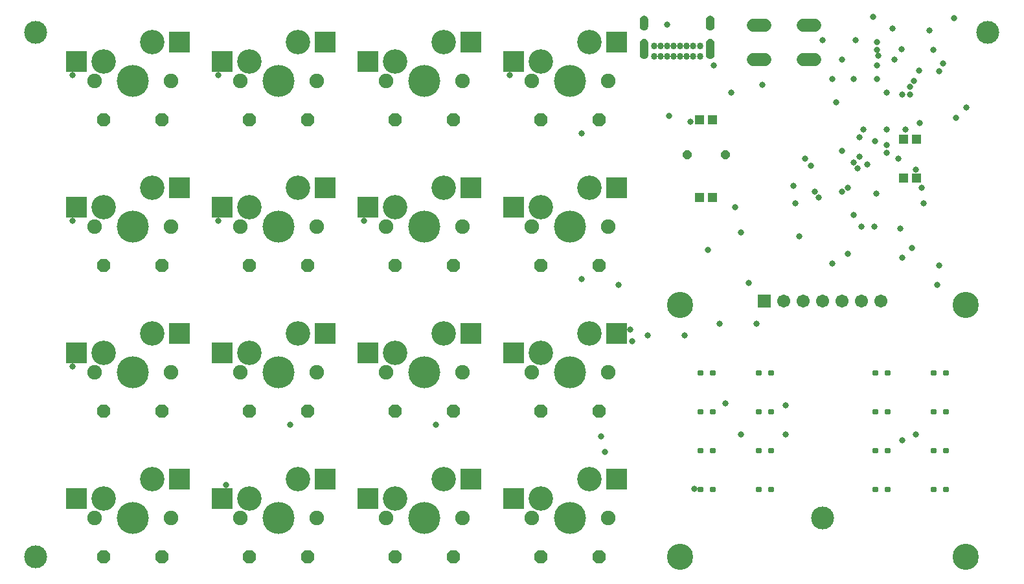
<source format=gbr>
G04 EAGLE Gerber RS-274X export*
G75*
%MOMM*%
%FSLAX34Y34*%
%LPD*%
%INSoldermask Bottom*%
%IPPOS*%
%AMOC8*
5,1,8,0,0,1.08239X$1,22.5*%
G01*
%ADD10C,3.003200*%
%ADD11R,1.303200X1.203200*%
%ADD12R,1.703200X1.703200*%
%ADD13C,1.703200*%
%ADD14C,3.419200*%
%ADD15C,3.203200*%
%ADD16R,2.753200X2.703200*%
%ADD17C,1.727200*%
%ADD18P,2.655319X8X22.500000*%
%ADD19P,1.843527X8X22.500000*%
%ADD20C,4.191000*%
%ADD21C,1.903200*%
%ADD22C,0.241278*%
%ADD23C,0.857200*%
%ADD24P,1.275272X8X22.500000*%
%ADD25C,0.807200*%

G36*
X732528Y613657D02*
X732528Y613657D01*
X732533Y613662D01*
X732537Y613659D01*
X733569Y613972D01*
X733573Y613977D01*
X733578Y613975D01*
X734529Y614483D01*
X734532Y614490D01*
X734537Y614489D01*
X735370Y615173D01*
X735372Y615180D01*
X735377Y615180D01*
X736061Y616013D01*
X736061Y616020D01*
X736067Y616021D01*
X736575Y616972D01*
X736574Y616979D01*
X736578Y616981D01*
X736891Y618013D01*
X736890Y618017D01*
X736892Y618019D01*
X736891Y618021D01*
X736893Y618022D01*
X736999Y619095D01*
X736997Y619098D01*
X736999Y619100D01*
X736999Y634100D01*
X736997Y634103D01*
X736999Y634105D01*
X736893Y635178D01*
X736888Y635183D01*
X736891Y635187D01*
X736578Y636219D01*
X736573Y636223D01*
X736575Y636228D01*
X736067Y637179D01*
X736060Y637182D01*
X736061Y637187D01*
X735377Y638020D01*
X735370Y638022D01*
X735370Y638027D01*
X734537Y638711D01*
X734530Y638711D01*
X734529Y638717D01*
X733578Y639225D01*
X733571Y639224D01*
X733569Y639228D01*
X732537Y639541D01*
X732531Y639539D01*
X732528Y639543D01*
X731455Y639649D01*
X731449Y639645D01*
X731445Y639649D01*
X730372Y639543D01*
X730367Y639538D01*
X730363Y639541D01*
X729331Y639228D01*
X729327Y639223D01*
X729322Y639225D01*
X728371Y638717D01*
X728368Y638710D01*
X728363Y638711D01*
X727530Y638027D01*
X727528Y638020D01*
X727523Y638020D01*
X726839Y637187D01*
X726839Y637180D01*
X726833Y637179D01*
X726325Y636228D01*
X726326Y636222D01*
X726322Y636219D01*
X726009Y635187D01*
X726009Y635186D01*
X726008Y635185D01*
X726011Y635181D01*
X726007Y635178D01*
X725901Y634105D01*
X725903Y634102D01*
X725901Y634100D01*
X725901Y619100D01*
X725903Y619097D01*
X725901Y619095D01*
X726007Y618022D01*
X726012Y618017D01*
X726009Y618013D01*
X726322Y616981D01*
X726327Y616977D01*
X726325Y616972D01*
X726833Y616021D01*
X726840Y616018D01*
X726839Y616013D01*
X727523Y615180D01*
X727530Y615178D01*
X727530Y615173D01*
X728363Y614489D01*
X728370Y614489D01*
X728371Y614483D01*
X729322Y613975D01*
X729329Y613976D01*
X729331Y613972D01*
X730363Y613659D01*
X730370Y613661D01*
X730372Y613657D01*
X731445Y613551D01*
X731451Y613555D01*
X731455Y613551D01*
X732528Y613657D01*
G37*
G36*
X819028Y613657D02*
X819028Y613657D01*
X819033Y613662D01*
X819037Y613659D01*
X820069Y613972D01*
X820073Y613977D01*
X820078Y613975D01*
X821029Y614483D01*
X821032Y614490D01*
X821037Y614489D01*
X821870Y615173D01*
X821872Y615180D01*
X821877Y615180D01*
X822561Y616013D01*
X822561Y616020D01*
X822567Y616021D01*
X823075Y616972D01*
X823074Y616979D01*
X823078Y616981D01*
X823391Y618013D01*
X823390Y618017D01*
X823392Y618019D01*
X823391Y618021D01*
X823393Y618022D01*
X823499Y619095D01*
X823497Y619098D01*
X823499Y619100D01*
X823499Y634100D01*
X823497Y634103D01*
X823499Y634105D01*
X823393Y635178D01*
X823388Y635183D01*
X823391Y635187D01*
X823078Y636219D01*
X823073Y636223D01*
X823075Y636228D01*
X822567Y637179D01*
X822560Y637182D01*
X822561Y637187D01*
X821877Y638020D01*
X821870Y638022D01*
X821870Y638027D01*
X821037Y638711D01*
X821030Y638711D01*
X821029Y638717D01*
X820078Y639225D01*
X820071Y639224D01*
X820069Y639228D01*
X819037Y639541D01*
X819031Y639539D01*
X819028Y639543D01*
X817955Y639649D01*
X817949Y639645D01*
X817945Y639649D01*
X816872Y639543D01*
X816867Y639538D01*
X816863Y639541D01*
X815831Y639228D01*
X815827Y639223D01*
X815822Y639225D01*
X814871Y638717D01*
X814868Y638710D01*
X814863Y638711D01*
X814030Y638027D01*
X814028Y638020D01*
X814023Y638020D01*
X813339Y637187D01*
X813339Y637180D01*
X813333Y637179D01*
X812825Y636228D01*
X812826Y636222D01*
X812822Y636219D01*
X812509Y635187D01*
X812509Y635186D01*
X812508Y635185D01*
X812511Y635181D01*
X812507Y635178D01*
X812401Y634105D01*
X812403Y634102D01*
X812401Y634100D01*
X812401Y619100D01*
X812403Y619097D01*
X812401Y619095D01*
X812507Y618022D01*
X812512Y618017D01*
X812509Y618013D01*
X812822Y616981D01*
X812827Y616977D01*
X812825Y616972D01*
X813333Y616021D01*
X813340Y616018D01*
X813339Y616013D01*
X814023Y615180D01*
X814030Y615178D01*
X814030Y615173D01*
X814863Y614489D01*
X814870Y614489D01*
X814871Y614483D01*
X815822Y613975D01*
X815829Y613976D01*
X815831Y613972D01*
X816863Y613659D01*
X816870Y613661D01*
X816872Y613657D01*
X817945Y613551D01*
X817951Y613555D01*
X817955Y613551D01*
X819028Y613657D01*
G37*
G36*
X732528Y650957D02*
X732528Y650957D01*
X732533Y650962D01*
X732537Y650959D01*
X733569Y651272D01*
X733573Y651277D01*
X733578Y651275D01*
X734529Y651783D01*
X734532Y651790D01*
X734537Y651789D01*
X735370Y652473D01*
X735372Y652480D01*
X735377Y652480D01*
X736061Y653313D01*
X736061Y653320D01*
X736067Y653321D01*
X736575Y654272D01*
X736574Y654279D01*
X736578Y654281D01*
X736891Y655313D01*
X736890Y655317D01*
X736892Y655319D01*
X736891Y655321D01*
X736893Y655322D01*
X736999Y656395D01*
X736997Y656398D01*
X736999Y656400D01*
X736999Y664400D01*
X736997Y664403D01*
X736999Y664405D01*
X736893Y665478D01*
X736888Y665483D01*
X736891Y665487D01*
X736578Y666519D01*
X736573Y666523D01*
X736575Y666528D01*
X736067Y667479D01*
X736060Y667482D01*
X736061Y667487D01*
X735377Y668320D01*
X735370Y668322D01*
X735370Y668327D01*
X734537Y669011D01*
X734530Y669011D01*
X734529Y669017D01*
X733578Y669525D01*
X733571Y669524D01*
X733569Y669528D01*
X732537Y669841D01*
X732531Y669839D01*
X732528Y669843D01*
X731455Y669949D01*
X731449Y669945D01*
X731445Y669949D01*
X730372Y669843D01*
X730367Y669838D01*
X730363Y669841D01*
X729331Y669528D01*
X729327Y669523D01*
X729322Y669525D01*
X728371Y669017D01*
X728368Y669010D01*
X728363Y669011D01*
X727530Y668327D01*
X727528Y668320D01*
X727523Y668320D01*
X726839Y667487D01*
X726839Y667480D01*
X726833Y667479D01*
X726325Y666528D01*
X726326Y666526D01*
X726325Y666526D01*
X726326Y666525D01*
X726326Y666521D01*
X726322Y666519D01*
X726009Y665487D01*
X726011Y665481D01*
X726007Y665478D01*
X725901Y664405D01*
X725903Y664402D01*
X725901Y664400D01*
X725901Y656400D01*
X725903Y656397D01*
X725901Y656395D01*
X726007Y655322D01*
X726012Y655317D01*
X726009Y655313D01*
X726322Y654281D01*
X726327Y654277D01*
X726325Y654272D01*
X726833Y653321D01*
X726840Y653318D01*
X726839Y653313D01*
X727523Y652480D01*
X727530Y652478D01*
X727530Y652473D01*
X728363Y651789D01*
X728370Y651789D01*
X728371Y651783D01*
X729322Y651275D01*
X729329Y651276D01*
X729331Y651272D01*
X730363Y650959D01*
X730370Y650961D01*
X730372Y650957D01*
X731445Y650851D01*
X731451Y650855D01*
X731455Y650851D01*
X732528Y650957D01*
G37*
G36*
X819028Y650957D02*
X819028Y650957D01*
X819033Y650962D01*
X819037Y650959D01*
X820069Y651272D01*
X820073Y651277D01*
X820078Y651275D01*
X821029Y651783D01*
X821032Y651790D01*
X821037Y651789D01*
X821870Y652473D01*
X821872Y652480D01*
X821877Y652480D01*
X822561Y653313D01*
X822561Y653320D01*
X822567Y653321D01*
X823075Y654272D01*
X823074Y654279D01*
X823078Y654281D01*
X823391Y655313D01*
X823390Y655317D01*
X823392Y655319D01*
X823391Y655321D01*
X823393Y655322D01*
X823499Y656395D01*
X823497Y656398D01*
X823499Y656400D01*
X823499Y664400D01*
X823497Y664403D01*
X823499Y664405D01*
X823393Y665478D01*
X823388Y665483D01*
X823391Y665487D01*
X823078Y666519D01*
X823073Y666523D01*
X823075Y666528D01*
X822567Y667479D01*
X822560Y667482D01*
X822561Y667487D01*
X821877Y668320D01*
X821870Y668322D01*
X821870Y668327D01*
X821037Y669011D01*
X821030Y669011D01*
X821029Y669017D01*
X820078Y669525D01*
X820071Y669524D01*
X820069Y669528D01*
X819037Y669841D01*
X819031Y669839D01*
X819028Y669843D01*
X817955Y669949D01*
X817949Y669945D01*
X817945Y669949D01*
X816872Y669843D01*
X816867Y669838D01*
X816863Y669841D01*
X815831Y669528D01*
X815827Y669523D01*
X815822Y669525D01*
X814871Y669017D01*
X814868Y669010D01*
X814863Y669011D01*
X814030Y668327D01*
X814028Y668320D01*
X814023Y668320D01*
X813339Y667487D01*
X813339Y667480D01*
X813333Y667479D01*
X812825Y666528D01*
X812826Y666526D01*
X812825Y666526D01*
X812826Y666525D01*
X812826Y666521D01*
X812822Y666519D01*
X812509Y665487D01*
X812511Y665481D01*
X812507Y665478D01*
X812401Y664405D01*
X812403Y664402D01*
X812401Y664400D01*
X812401Y656400D01*
X812403Y656397D01*
X812401Y656395D01*
X812507Y655322D01*
X812512Y655317D01*
X812509Y655313D01*
X812822Y654281D01*
X812827Y654277D01*
X812825Y654272D01*
X813333Y653321D01*
X813340Y653318D01*
X813339Y653313D01*
X814023Y652480D01*
X814030Y652478D01*
X814030Y652473D01*
X814863Y651789D01*
X814870Y651789D01*
X814871Y651783D01*
X815822Y651275D01*
X815829Y651276D01*
X815831Y651272D01*
X816863Y650959D01*
X816870Y650961D01*
X816872Y650957D01*
X817945Y650851D01*
X817951Y650855D01*
X817955Y650851D01*
X819028Y650957D01*
G37*
D10*
X-63500Y647700D03*
X-63500Y-38100D03*
X1181100Y647700D03*
X965200Y12700D03*
D11*
X1088000Y508000D03*
X1071000Y508000D03*
X821300Y533400D03*
X804300Y533400D03*
X1088000Y457200D03*
X1071000Y457200D03*
X821300Y431800D03*
X804300Y431800D03*
D12*
X889000Y297000D03*
D13*
X914400Y297000D03*
X939800Y297000D03*
X965200Y297000D03*
X990600Y297000D03*
X1016000Y297000D03*
X1041400Y297000D03*
D14*
X778200Y292000D03*
X1152200Y292000D03*
X778200Y-38000D03*
X1152200Y-38000D03*
D15*
X88900Y635000D03*
X25400Y609600D03*
D16*
X-10100Y609600D03*
X124400Y635000D03*
D15*
X469900Y254000D03*
X406400Y228600D03*
D16*
X370900Y228600D03*
X505400Y254000D03*
D15*
X469900Y63500D03*
X406400Y38100D03*
D16*
X370900Y38100D03*
X505400Y63500D03*
D15*
X660400Y635000D03*
X596900Y609600D03*
D16*
X561400Y609600D03*
X695900Y635000D03*
D15*
X660400Y444500D03*
X596900Y419100D03*
D16*
X561400Y419100D03*
X695900Y444500D03*
D15*
X660400Y254000D03*
X596900Y228600D03*
D16*
X561400Y228600D03*
X695900Y254000D03*
D15*
X660400Y63500D03*
X596900Y38100D03*
D16*
X561400Y38100D03*
X695900Y63500D03*
D17*
X874268Y657606D02*
X889508Y657606D01*
X889508Y612394D02*
X874268Y612394D01*
X939292Y657606D02*
X954532Y657606D01*
X954532Y612394D02*
X939292Y612394D01*
D15*
X88900Y444500D03*
X25400Y419100D03*
D16*
X-10100Y419100D03*
X124400Y444500D03*
D15*
X88900Y254000D03*
X25400Y228600D03*
D16*
X-10100Y228600D03*
X124400Y254000D03*
D15*
X279400Y635000D03*
X215900Y609600D03*
D16*
X180400Y609600D03*
X314900Y635000D03*
D15*
X279400Y444500D03*
X215900Y419100D03*
D16*
X180400Y419100D03*
X314900Y444500D03*
D15*
X88900Y63500D03*
X25400Y38100D03*
D16*
X-10100Y38100D03*
X124400Y63500D03*
D15*
X279400Y254000D03*
X215900Y228600D03*
D16*
X180400Y228600D03*
X314900Y254000D03*
D15*
X279400Y63500D03*
X215900Y38100D03*
D16*
X180400Y38100D03*
X314900Y63500D03*
D15*
X469900Y635000D03*
X406400Y609600D03*
D16*
X370900Y609600D03*
X505400Y635000D03*
D15*
X469900Y444500D03*
X406400Y419100D03*
D16*
X370900Y419100D03*
X505400Y444500D03*
D18*
X88600Y635000D03*
X25400Y609600D03*
D19*
X25400Y533400D03*
X101600Y533400D03*
D20*
X63500Y584200D03*
D21*
X113500Y584200D03*
X13500Y584200D03*
D18*
X88600Y444500D03*
X25400Y419100D03*
D19*
X25400Y342900D03*
X101600Y342900D03*
D20*
X63500Y393700D03*
D21*
X113500Y393700D03*
X13500Y393700D03*
D18*
X88600Y254000D03*
X25400Y228600D03*
D19*
X25400Y152400D03*
X101600Y152400D03*
D20*
X63500Y203200D03*
D21*
X113500Y203200D03*
X13500Y203200D03*
D18*
X88600Y63500D03*
X25400Y38100D03*
D19*
X25400Y-38100D03*
X101600Y-38100D03*
D20*
X63500Y12700D03*
D21*
X113500Y12700D03*
X13500Y12700D03*
D18*
X279100Y254000D03*
X215900Y228600D03*
D19*
X215900Y152400D03*
X292100Y152400D03*
D20*
X254000Y203200D03*
D21*
X304000Y203200D03*
X204000Y203200D03*
D18*
X469600Y254000D03*
X406400Y228600D03*
D19*
X406400Y152400D03*
X482600Y152400D03*
D20*
X444500Y203200D03*
D21*
X494500Y203200D03*
X394500Y203200D03*
D18*
X279100Y63500D03*
X215900Y38100D03*
D19*
X215900Y-38100D03*
X292100Y-38100D03*
D20*
X254000Y12700D03*
D21*
X304000Y12700D03*
X204000Y12700D03*
D18*
X469600Y63500D03*
X406400Y38100D03*
D19*
X406400Y-38100D03*
X482600Y-38100D03*
D20*
X444500Y12700D03*
D21*
X494500Y12700D03*
X394500Y12700D03*
D18*
X660100Y635000D03*
X596900Y609600D03*
D19*
X596900Y533400D03*
X673100Y533400D03*
D20*
X635000Y584200D03*
D21*
X685000Y584200D03*
X585000Y584200D03*
D18*
X660100Y254000D03*
X596900Y228600D03*
D19*
X596900Y152400D03*
X673100Y152400D03*
D20*
X635000Y203200D03*
D21*
X685000Y203200D03*
X585000Y203200D03*
D18*
X660100Y444500D03*
X596900Y419100D03*
D19*
X596900Y342900D03*
X673100Y342900D03*
D20*
X635000Y393700D03*
D21*
X685000Y393700D03*
X585000Y393700D03*
D18*
X660100Y63500D03*
X596900Y38100D03*
D19*
X596900Y-38100D03*
X673100Y-38100D03*
D20*
X635000Y12700D03*
D21*
X685000Y12700D03*
X585000Y12700D03*
D18*
X279100Y635000D03*
X215900Y609600D03*
D19*
X215900Y533400D03*
X292100Y533400D03*
D20*
X254000Y584200D03*
D21*
X304000Y584200D03*
X204000Y584200D03*
D18*
X469600Y635000D03*
X406400Y609600D03*
D19*
X406400Y533400D03*
X482600Y533400D03*
D20*
X444500Y584200D03*
D21*
X494500Y584200D03*
X394500Y584200D03*
D18*
X279100Y444500D03*
X215900Y419100D03*
D19*
X215900Y342900D03*
X292100Y342900D03*
D20*
X254000Y393700D03*
D21*
X304000Y393700D03*
X204000Y393700D03*
D18*
X469600Y444500D03*
X406400Y419100D03*
D19*
X406400Y342900D03*
X482600Y342900D03*
D20*
X444500Y393700D03*
D21*
X494500Y393700D03*
X394500Y393700D03*
D22*
X818340Y205010D02*
X823260Y205010D01*
X823260Y201390D01*
X818340Y201390D01*
X818340Y205010D01*
X818340Y203682D02*
X823260Y203682D01*
X807260Y205010D02*
X802340Y205010D01*
X807260Y205010D02*
X807260Y201390D01*
X802340Y201390D01*
X802340Y205010D01*
X802340Y203682D02*
X807260Y203682D01*
X818340Y154210D02*
X823260Y154210D01*
X823260Y150590D01*
X818340Y150590D01*
X818340Y154210D01*
X818340Y152882D02*
X823260Y152882D01*
X807260Y154210D02*
X802340Y154210D01*
X807260Y154210D02*
X807260Y150590D01*
X802340Y150590D01*
X802340Y154210D01*
X802340Y152882D02*
X807260Y152882D01*
X818340Y103410D02*
X823260Y103410D01*
X823260Y99790D01*
X818340Y99790D01*
X818340Y103410D01*
X818340Y102082D02*
X823260Y102082D01*
X807260Y103410D02*
X802340Y103410D01*
X807260Y103410D02*
X807260Y99790D01*
X802340Y99790D01*
X802340Y103410D01*
X802340Y102082D02*
X807260Y102082D01*
X818340Y52610D02*
X823260Y52610D01*
X823260Y48990D01*
X818340Y48990D01*
X818340Y52610D01*
X818340Y51282D02*
X823260Y51282D01*
X807260Y52610D02*
X802340Y52610D01*
X807260Y52610D02*
X807260Y48990D01*
X802340Y48990D01*
X802340Y52610D01*
X802340Y51282D02*
X807260Y51282D01*
X894540Y205010D02*
X899460Y205010D01*
X899460Y201390D01*
X894540Y201390D01*
X894540Y205010D01*
X894540Y203682D02*
X899460Y203682D01*
X883460Y205010D02*
X878540Y205010D01*
X883460Y205010D02*
X883460Y201390D01*
X878540Y201390D01*
X878540Y205010D01*
X878540Y203682D02*
X883460Y203682D01*
X894540Y154210D02*
X899460Y154210D01*
X899460Y150590D01*
X894540Y150590D01*
X894540Y154210D01*
X894540Y152882D02*
X899460Y152882D01*
X883460Y154210D02*
X878540Y154210D01*
X883460Y154210D02*
X883460Y150590D01*
X878540Y150590D01*
X878540Y154210D01*
X878540Y152882D02*
X883460Y152882D01*
X894540Y103410D02*
X899460Y103410D01*
X899460Y99790D01*
X894540Y99790D01*
X894540Y103410D01*
X894540Y102082D02*
X899460Y102082D01*
X883460Y103410D02*
X878540Y103410D01*
X883460Y103410D02*
X883460Y99790D01*
X878540Y99790D01*
X878540Y103410D01*
X878540Y102082D02*
X883460Y102082D01*
X894540Y52610D02*
X899460Y52610D01*
X899460Y48990D01*
X894540Y48990D01*
X894540Y52610D01*
X894540Y51282D02*
X899460Y51282D01*
X883460Y52610D02*
X878540Y52610D01*
X883460Y52610D02*
X883460Y48990D01*
X878540Y48990D01*
X878540Y52610D01*
X878540Y51282D02*
X883460Y51282D01*
X1046940Y205010D02*
X1051860Y205010D01*
X1051860Y201390D01*
X1046940Y201390D01*
X1046940Y205010D01*
X1046940Y203682D02*
X1051860Y203682D01*
X1035860Y205010D02*
X1030940Y205010D01*
X1035860Y205010D02*
X1035860Y201390D01*
X1030940Y201390D01*
X1030940Y205010D01*
X1030940Y203682D02*
X1035860Y203682D01*
X1046940Y154210D02*
X1051860Y154210D01*
X1051860Y150590D01*
X1046940Y150590D01*
X1046940Y154210D01*
X1046940Y152882D02*
X1051860Y152882D01*
X1035860Y154210D02*
X1030940Y154210D01*
X1035860Y154210D02*
X1035860Y150590D01*
X1030940Y150590D01*
X1030940Y154210D01*
X1030940Y152882D02*
X1035860Y152882D01*
X1046940Y103410D02*
X1051860Y103410D01*
X1051860Y99790D01*
X1046940Y99790D01*
X1046940Y103410D01*
X1046940Y102082D02*
X1051860Y102082D01*
X1035860Y103410D02*
X1030940Y103410D01*
X1035860Y103410D02*
X1035860Y99790D01*
X1030940Y99790D01*
X1030940Y103410D01*
X1030940Y102082D02*
X1035860Y102082D01*
X1046940Y52610D02*
X1051860Y52610D01*
X1051860Y48990D01*
X1046940Y48990D01*
X1046940Y52610D01*
X1046940Y51282D02*
X1051860Y51282D01*
X1035860Y52610D02*
X1030940Y52610D01*
X1035860Y52610D02*
X1035860Y48990D01*
X1030940Y48990D01*
X1030940Y52610D01*
X1030940Y51282D02*
X1035860Y51282D01*
X1123140Y205010D02*
X1128060Y205010D01*
X1128060Y201390D01*
X1123140Y201390D01*
X1123140Y205010D01*
X1123140Y203682D02*
X1128060Y203682D01*
X1112060Y205010D02*
X1107140Y205010D01*
X1112060Y205010D02*
X1112060Y201390D01*
X1107140Y201390D01*
X1107140Y205010D01*
X1107140Y203682D02*
X1112060Y203682D01*
X1123140Y154210D02*
X1128060Y154210D01*
X1128060Y150590D01*
X1123140Y150590D01*
X1123140Y154210D01*
X1123140Y152882D02*
X1128060Y152882D01*
X1112060Y154210D02*
X1107140Y154210D01*
X1112060Y154210D02*
X1112060Y150590D01*
X1107140Y150590D01*
X1107140Y154210D01*
X1107140Y152882D02*
X1112060Y152882D01*
X1123140Y103410D02*
X1128060Y103410D01*
X1128060Y99790D01*
X1123140Y99790D01*
X1123140Y103410D01*
X1123140Y102082D02*
X1128060Y102082D01*
X1112060Y103410D02*
X1107140Y103410D01*
X1112060Y103410D02*
X1112060Y99790D01*
X1107140Y99790D01*
X1107140Y103410D01*
X1107140Y102082D02*
X1112060Y102082D01*
X1123140Y52610D02*
X1128060Y52610D01*
X1128060Y48990D01*
X1123140Y48990D01*
X1123140Y52610D01*
X1123140Y51282D02*
X1128060Y51282D01*
X1112060Y52610D02*
X1107140Y52610D01*
X1112060Y52610D02*
X1112060Y48990D01*
X1107140Y48990D01*
X1107140Y52610D01*
X1107140Y51282D02*
X1112060Y51282D01*
D23*
X804450Y616800D03*
X795950Y616800D03*
X787450Y616800D03*
X778950Y616800D03*
X770450Y616800D03*
X761950Y616800D03*
X753450Y616800D03*
X744950Y616800D03*
X744950Y630300D03*
X753450Y630300D03*
X761950Y630300D03*
X770450Y630300D03*
X778950Y630300D03*
X787450Y630300D03*
X795950Y630300D03*
X804450Y630300D03*
D24*
X787908Y487680D03*
X837692Y487680D03*
D25*
X1104900Y650240D03*
X1109980Y624840D03*
X650240Y325120D03*
X-15240Y591820D03*
X459740Y134620D03*
X-15240Y401320D03*
X269240Y134620D03*
X-15240Y210820D03*
X797560Y50800D03*
X680720Y99060D03*
X830580Y266700D03*
X175260Y591820D03*
X858520Y121920D03*
X175260Y401320D03*
X838200Y162560D03*
X185420Y55880D03*
X1115060Y317500D03*
X650240Y515620D03*
X1087120Y121920D03*
X784860Y251460D03*
X698500Y317500D03*
X365760Y401320D03*
X1069340Y114300D03*
X675640Y119380D03*
X878840Y266700D03*
X556260Y591820D03*
X916940Y160020D03*
X736600Y251460D03*
X916940Y121920D03*
X716280Y243840D03*
X1079500Y576580D03*
X1122680Y607060D03*
X886460Y579120D03*
X1031240Y668020D03*
X1059180Y612140D03*
X858520Y386080D03*
X1005840Y408940D03*
X762000Y657860D03*
X927100Y447040D03*
X764540Y538480D03*
X934720Y381000D03*
X868680Y320040D03*
X1016000Y393700D03*
X998220Y444500D03*
X1005840Y477520D03*
X990600Y492760D03*
X990600Y612140D03*
X1036320Y635000D03*
X960120Y431800D03*
X1036320Y624840D03*
X1005840Y586740D03*
X1049020Y568960D03*
X990600Y439420D03*
X1097280Y424180D03*
X845820Y568960D03*
X1010920Y469900D03*
X949960Y473710D03*
X1035050Y436880D03*
X1032510Y393700D03*
X1082040Y365760D03*
X1069340Y353060D03*
X1153160Y549910D03*
X1139190Y535940D03*
X1037590Y617220D03*
X1087120Y468630D03*
X1092200Y529590D03*
X1073150Y520700D03*
X850900Y419100D03*
X1090930Y598170D03*
X1068070Y626110D03*
X1136650Y666750D03*
X942340Y482600D03*
X1036320Y604520D03*
X792480Y530860D03*
X1008380Y637540D03*
X965200Y637540D03*
X822960Y604520D03*
X1049020Y500380D03*
X1049020Y520700D03*
X1056640Y652780D03*
X977900Y586740D03*
X1079500Y566420D03*
X1064260Y482600D03*
X1069340Y566420D03*
X982980Y556260D03*
X1094740Y444500D03*
X977900Y345440D03*
X955040Y439420D03*
X713740Y259080D03*
X929640Y424180D03*
X815340Y363220D03*
X1013460Y510540D03*
X1013460Y485140D03*
X1023620Y474980D03*
X998220Y358140D03*
X1117600Y596900D03*
X1117600Y342900D03*
X1036320Y586740D03*
X1084580Y584200D03*
X1066800Y391160D03*
X1018540Y520700D03*
X1033780Y505460D03*
X1049020Y490220D03*
M02*

</source>
